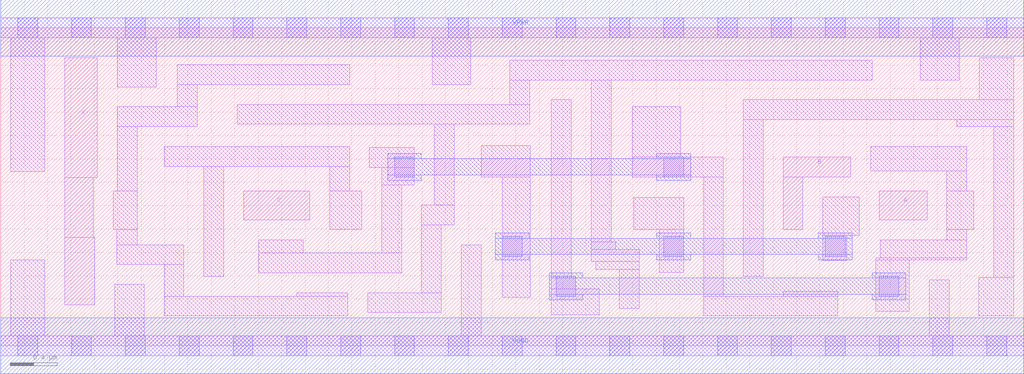
<source format=lef>
# Copyright 2020 The SkyWater PDK Authors
#
# Licensed under the Apache License, Version 2.0 (the "License");
# you may not use this file except in compliance with the License.
# You may obtain a copy of the License at
#
#     https://www.apache.org/licenses/LICENSE-2.0
#
# Unless required by applicable law or agreed to in writing, software
# distributed under the License is distributed on an "AS IS" BASIS,
# WITHOUT WARRANTIES OR CONDITIONS OF ANY KIND, either express or implied.
# See the License for the specific language governing permissions and
# limitations under the License.
#
# SPDX-License-Identifier: Apache-2.0

VERSION 5.7 ;
  NAMESCASESENSITIVE ON ;
  NOWIREEXTENSIONATPIN ON ;
  DIVIDERCHAR "/" ;
  BUSBITCHARS "[]" ;
UNITS
  DATABASE MICRONS 200 ;
END UNITS
MACRO sky130_fd_sc_hd__xnor3_2
  CLASS CORE ;
  SOURCE USER ;
  FOREIGN sky130_fd_sc_hd__xnor3_2 ;
  ORIGIN  0.000000  0.000000 ;
  SIZE  8.740000 BY  2.720000 ;
  SYMMETRY X Y R90 ;
  SITE unithd ;
  PIN A
    ANTENNAGATEAREA  0.246000 ;
    DIRECTION INPUT ;
    USE SIGNAL ;
    PORT
      LAYER li1 ;
        RECT 7.505000 1.075000 7.915000 1.325000 ;
    END
  END A
  PIN B
    ANTENNAGATEAREA  0.661500 ;
    DIRECTION INPUT ;
    USE SIGNAL ;
    PORT
      LAYER li1 ;
        RECT 6.685000 0.995000 6.855000 1.445000 ;
        RECT 6.685000 1.445000 7.265000 1.615000 ;
    END
  END B
  PIN C
    ANTENNAGATEAREA  0.381000 ;
    DIRECTION INPUT ;
    USE SIGNAL ;
    PORT
      LAYER li1 ;
        RECT 2.075000 1.075000 2.640000 1.325000 ;
    END
  END C
  PIN X
    ANTENNADIFFAREA  0.445500 ;
    DIRECTION OUTPUT ;
    USE SIGNAL ;
    PORT
      LAYER li1 ;
        RECT 0.545000 0.350000 0.805000 0.925000 ;
        RECT 0.545000 0.925000 0.790000 1.440000 ;
        RECT 0.545000 1.440000 0.825000 2.465000 ;
    END
  END X
  PIN VGND
    DIRECTION INOUT ;
    SHAPE ABUTMENT ;
    USE GROUND ;
    PORT
      LAYER met1 ;
        RECT 0.000000 -0.240000 8.740000 0.240000 ;
    END
  END VGND
  PIN VPWR
    DIRECTION INOUT ;
    SHAPE ABUTMENT ;
    USE POWER ;
    PORT
      LAYER met1 ;
        RECT 0.000000 2.480000 8.740000 2.960000 ;
    END
  END VPWR
  OBS
    LAYER li1 ;
      RECT 0.000000 -0.085000 8.740000 0.085000 ;
      RECT 0.000000  2.635000 8.740000 2.805000 ;
      RECT 0.085000  0.085000 0.375000 0.735000 ;
      RECT 0.085000  1.490000 0.375000 2.635000 ;
      RECT 0.960000  0.995000 1.165000 1.325000 ;
      RECT 0.975000  0.085000 1.225000 0.525000 ;
      RECT 0.990000  0.695000 1.565000 0.865000 ;
      RECT 0.990000  0.865000 1.165000 0.995000 ;
      RECT 0.995000  1.325000 1.165000 1.875000 ;
      RECT 0.995000  1.875000 1.680000 2.045000 ;
      RECT 0.995000  2.215000 1.330000 2.635000 ;
      RECT 1.395000  0.255000 2.965000 0.425000 ;
      RECT 1.395000  0.425000 1.565000 0.695000 ;
      RECT 1.395000  1.535000 2.980000 1.705000 ;
      RECT 1.510000  2.045000 1.680000 2.235000 ;
      RECT 1.510000  2.235000 2.980000 2.405000 ;
      RECT 1.735000  0.595000 1.905000 1.535000 ;
      RECT 2.020000  1.895000 4.520000 2.065000 ;
      RECT 2.205000  0.625000 3.425000 0.795000 ;
      RECT 2.205000  0.795000 2.585000 0.905000 ;
      RECT 2.530000  0.425000 2.965000 0.455000 ;
      RECT 2.810000  0.995000 3.085000 1.325000 ;
      RECT 2.810000  1.325000 2.980000 1.535000 ;
      RECT 3.135000  0.285000 3.765000 0.455000 ;
      RECT 3.150000  1.525000 3.535000 1.695000 ;
      RECT 3.255000  0.795000 3.425000 1.375000 ;
      RECT 3.255000  1.375000 3.535000 1.525000 ;
      RECT 3.595000  0.455000 3.765000 1.035000 ;
      RECT 3.595000  1.035000 3.875000 1.205000 ;
      RECT 3.685000  2.235000 4.015000 2.635000 ;
      RECT 3.705000  1.205000 3.875000 1.895000 ;
      RECT 3.935000  0.085000 4.105000 0.865000 ;
      RECT 4.105000  1.445000 4.525000 1.715000 ;
      RECT 4.285000  0.415000 4.525000 1.445000 ;
      RECT 4.350000  2.065000 4.520000 2.275000 ;
      RECT 4.350000  2.275000 7.445000 2.445000 ;
      RECT 4.705000  0.265000 5.115000 0.485000 ;
      RECT 4.705000  0.485000 4.915000 0.595000 ;
      RECT 4.705000  0.595000 4.875000 2.105000 ;
      RECT 5.045000  0.720000 5.455000 0.825000 ;
      RECT 5.045000  0.825000 5.255000 0.890000 ;
      RECT 5.045000  0.890000 5.215000 2.275000 ;
      RECT 5.085000  0.655000 5.455000 0.720000 ;
      RECT 5.285000  0.320000 5.455000 0.655000 ;
      RECT 5.395000  1.445000 6.175000 1.615000 ;
      RECT 5.395000  1.615000 5.810000 2.045000 ;
      RECT 5.410000  0.995000 5.835000 1.270000 ;
      RECT 5.625000  0.630000 5.835000 0.995000 ;
      RECT 6.005000  0.255000 7.150000 0.425000 ;
      RECT 6.005000  0.425000 6.175000 1.445000 ;
      RECT 6.345000  0.595000 6.515000 1.935000 ;
      RECT 6.345000  1.935000 8.655000 2.105000 ;
      RECT 6.685000  0.425000 7.150000 0.465000 ;
      RECT 7.025000  0.730000 7.230000 0.945000 ;
      RECT 7.025000  0.945000 7.335000 1.275000 ;
      RECT 7.435000  1.495000 8.255000 1.705000 ;
      RECT 7.475000  0.295000 7.765000 0.735000 ;
      RECT 7.475000  0.735000 8.255000 0.750000 ;
      RECT 7.515000  0.750000 8.255000 0.905000 ;
      RECT 7.855000  2.275000 8.190000 2.635000 ;
      RECT 7.935000  0.085000 8.105000 0.565000 ;
      RECT 8.085000  0.905000 8.255000 0.995000 ;
      RECT 8.085000  0.995000 8.315000 1.325000 ;
      RECT 8.085000  1.325000 8.255000 1.495000 ;
      RECT 8.170000  1.875000 8.655000 1.935000 ;
      RECT 8.355000  0.255000 8.655000 0.585000 ;
      RECT 8.360000  2.105000 8.655000 2.465000 ;
      RECT 8.485000  0.585000 8.655000 1.875000 ;
    LAYER mcon ;
      RECT 0.145000 -0.085000 0.315000 0.085000 ;
      RECT 0.145000  2.635000 0.315000 2.805000 ;
      RECT 0.605000 -0.085000 0.775000 0.085000 ;
      RECT 0.605000  2.635000 0.775000 2.805000 ;
      RECT 1.065000 -0.085000 1.235000 0.085000 ;
      RECT 1.065000  2.635000 1.235000 2.805000 ;
      RECT 1.525000 -0.085000 1.695000 0.085000 ;
      RECT 1.525000  2.635000 1.695000 2.805000 ;
      RECT 1.985000 -0.085000 2.155000 0.085000 ;
      RECT 1.985000  2.635000 2.155000 2.805000 ;
      RECT 2.445000 -0.085000 2.615000 0.085000 ;
      RECT 2.445000  2.635000 2.615000 2.805000 ;
      RECT 2.905000 -0.085000 3.075000 0.085000 ;
      RECT 2.905000  2.635000 3.075000 2.805000 ;
      RECT 3.365000 -0.085000 3.535000 0.085000 ;
      RECT 3.365000  1.445000 3.535000 1.615000 ;
      RECT 3.365000  2.635000 3.535000 2.805000 ;
      RECT 3.825000 -0.085000 3.995000 0.085000 ;
      RECT 3.825000  2.635000 3.995000 2.805000 ;
      RECT 4.285000 -0.085000 4.455000 0.085000 ;
      RECT 4.285000  0.765000 4.455000 0.935000 ;
      RECT 4.285000  2.635000 4.455000 2.805000 ;
      RECT 4.745000 -0.085000 4.915000 0.085000 ;
      RECT 4.745000  0.425000 4.915000 0.595000 ;
      RECT 4.745000  2.635000 4.915000 2.805000 ;
      RECT 5.205000 -0.085000 5.375000 0.085000 ;
      RECT 5.205000  2.635000 5.375000 2.805000 ;
      RECT 5.665000 -0.085000 5.835000 0.085000 ;
      RECT 5.665000  0.765000 5.835000 0.935000 ;
      RECT 5.665000  1.445000 5.835000 1.615000 ;
      RECT 5.665000  2.635000 5.835000 2.805000 ;
      RECT 6.125000 -0.085000 6.295000 0.085000 ;
      RECT 6.125000  2.635000 6.295000 2.805000 ;
      RECT 6.585000 -0.085000 6.755000 0.085000 ;
      RECT 6.585000  2.635000 6.755000 2.805000 ;
      RECT 7.045000 -0.085000 7.215000 0.085000 ;
      RECT 7.045000  0.765000 7.215000 0.935000 ;
      RECT 7.045000  2.635000 7.215000 2.805000 ;
      RECT 7.505000 -0.085000 7.675000 0.085000 ;
      RECT 7.505000  0.425000 7.675000 0.595000 ;
      RECT 7.505000  2.635000 7.675000 2.805000 ;
      RECT 7.965000 -0.085000 8.135000 0.085000 ;
      RECT 7.965000  2.635000 8.135000 2.805000 ;
      RECT 8.425000 -0.085000 8.595000 0.085000 ;
      RECT 8.425000  2.635000 8.595000 2.805000 ;
    LAYER met1 ;
      RECT 3.305000 1.415000 3.595000 1.460000 ;
      RECT 3.305000 1.460000 5.895000 1.600000 ;
      RECT 3.305000 1.600000 3.595000 1.645000 ;
      RECT 4.225000 0.735000 4.515000 0.780000 ;
      RECT 4.225000 0.780000 7.275000 0.920000 ;
      RECT 4.225000 0.920000 4.515000 0.965000 ;
      RECT 4.685000 0.395000 4.975000 0.440000 ;
      RECT 4.685000 0.440000 7.735000 0.580000 ;
      RECT 4.685000 0.580000 4.975000 0.625000 ;
      RECT 5.605000 0.735000 5.895000 0.780000 ;
      RECT 5.605000 0.920000 5.895000 0.965000 ;
      RECT 5.605000 1.415000 5.895000 1.460000 ;
      RECT 5.605000 1.600000 5.895000 1.645000 ;
      RECT 6.985000 0.735000 7.275000 0.780000 ;
      RECT 6.985000 0.920000 7.275000 0.965000 ;
      RECT 7.445000 0.395000 7.735000 0.440000 ;
      RECT 7.445000 0.580000 7.735000 0.625000 ;
  END
END sky130_fd_sc_hd__xnor3_2
END LIBRARY

</source>
